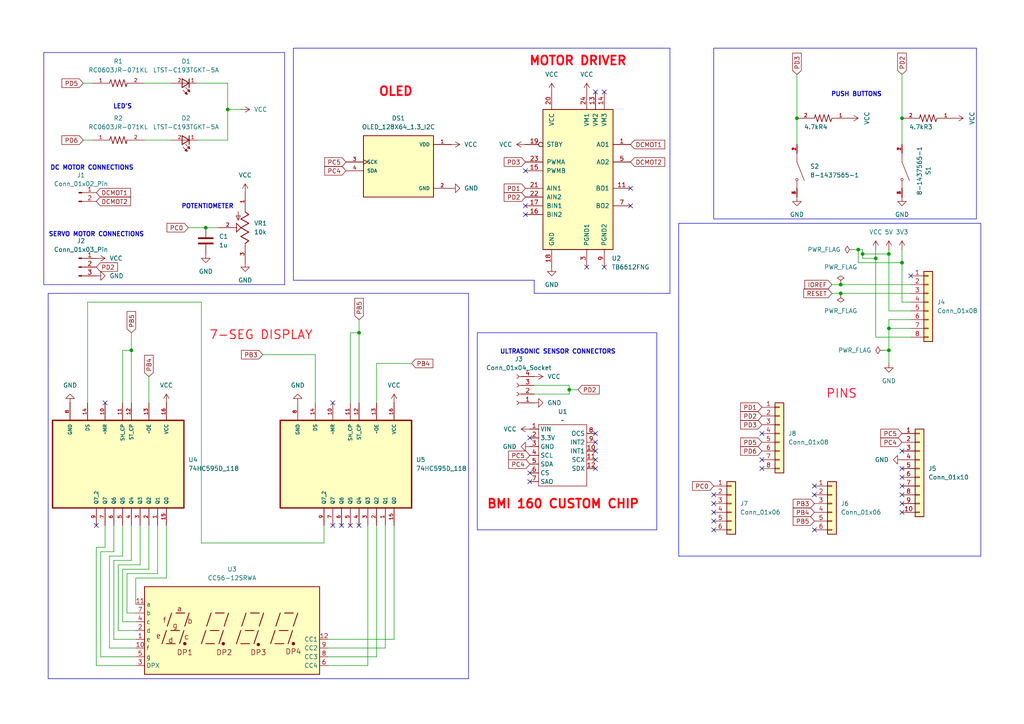
<source format=kicad_sch>
(kicad_sch (version 20250114) (generator "eeschema") (generator_version "9.0")
  (paper "A4")
  (lib_symbols
    (symbol "3362P-1-103LF:3362P-1-103LF" (pin_names (offset 1.016))
      (property "Reference" "VR" (at -10.1818 2.5465 0))
      (property "Value" "3362P-1-103LF" (at -10.1645 -7.6423 0))
      (symbol "3362P-1-103LF_0_0"
        (pin passive line (at -10.16 0 0) (length 5.08) (name "~") (number "1"))
        (pin passive line (at 0 -7.62 90) (length 5.08) (name "~") (number "2"))
        (pin passive line (at 10.16 0 180) (length 5.08) (name "~") (number "3"))
      )
    )
    (symbol "74HC595D_118:74HC595D_118" (pin_names (offset 1.016))
      (property "Reference" "U" (at -5.0872 17.9578 0))
      (property "Value" "74HC595D_118" (at -3.6383 -27.6558 0))
      (symbol "74HC595D_118_0_0"
        (pin power_in line (at -17.78 10.16 0) (length 5.08) (name "VCC") (number "16"))
        (pin input line (at -17.78 5.08 0) (length 5.08) (name "~OE") (number "13"))
        (pin input line (at -17.78 0 0) (length 5.08) (name "ST_CP") (number "12"))
        (pin input line (at -17.78 -2.54 0) (length 5.08) (name "SH_CP") (number "11"))
        (pin input line (at -17.78 -7.62 0) (length 5.08) (name "~MR") (number "10"))
        (pin input line (at -17.78 -12.7 0) (length 5.08) (name "DS") (number "14"))
        (pin passive line (at -17.78 -17.78 0) (length 5.08) (name "GND") (number "8"))
        (pin output line (at 17.78 10.16 180) (length 5.08) (name "Q0") (number "15"))
        (pin output line (at 17.78 7.62 180) (length 5.08) (name "Q1") (number "1"))
        (pin output line (at 17.78 5.08 180) (length 5.08) (name "Q2") (number "2"))
        (pin output line (at 17.78 2.54 180) (length 5.08) (name "Q3") (number "3"))
        (pin output line (at 17.78 0 180) (length 5.08) (name "Q4") (number "4"))
        (pin output line (at 17.78 -2.54 180) (length 5.08) (name "Q5") (number "5"))
        (pin output line (at 17.78 -5.08 180) (length 5.08) (name "Q6") (number "6"))
        (pin output line (at 17.78 -7.62 180) (length 5.08) (name "Q7") (number "7"))
        (pin output line (at 17.78 -10.16 180) (length 5.08) (name "Q7_2") (number "9"))
      )
    )
    (symbol "8-1437565-1:8-1437565-1" (pin_names (offset 1.016))
      (property "Reference" "S" (at -2.54 2.54 0))
      (property "Value" "8-1437565-1" (at -2.54 -2.54 0))
      (symbol "8-1437565-1_0_0"
        (pin passive line (at -7.62 0 0) (length 2.54) (name "~") (number "1"))
        (pin passive line (at -7.62 0 0) (length 2.54) (name "~") (number "2"))
        (pin passive line (at 7.62 0 180) (length 2.54) (name "~") (number "3"))
        (pin passive line (at 7.62 0 180) (length 2.54) (name "~") (number "4"))
      )
    )
    (symbol "Connector:Conn_01x02_Pin" (pin_names (offset 1.016) (hide yes))
      (property "Reference" "J" (at 0 2.54 0))
      (property "Value" "Conn_01x02_Pin" (at 0 -5.08 0))
      (symbol "Conn_01x02_Pin_1_1"
        (pin passive line (at 5.08 0 180) (length 3.81) (name "Pin_1") (number "1"))
        (pin passive line (at 5.08 -2.54 180) (length 3.81) (name "Pin_2") (number "2"))
      )
    )
    (symbol "Connector:Conn_01x03_Pin" (pin_names (offset 1.016) (hide yes))
      (property "Reference" "J" (at 0 5.08 0))
      (property "Value" "Conn_01x03_Pin" (at 0 -5.08 0))
      (symbol "Conn_01x03_Pin_1_1"
        (pin passive line (at 5.08 2.54 180) (length 3.81) (name "Pin_1") (number "1"))
        (pin passive line (at 5.08 0 180) (length 3.81) (name "Pin_2") (number "2"))
        (pin passive line (at 5.08 -2.54 180) (length 3.81) (name "Pin_3") (number "3"))
      )
    )
    (symbol "Connector:Conn_01x04_Socket" (pin_names (offset 1.016) (hide yes))
      (property "Reference" "J" (at 0 5.08 0))
      (property "Value" "Conn_01x04_Socket" (at 0 -7.62 0))
      (symbol "Conn_01x04_Socket_1_1"
        (pin passive line (at -5.08 2.54 0) (length 3.81) (name "Pin_1") (number "1"))
        (pin passive line (at -5.08 0 0) (length 3.81) (name "Pin_2") (number "2"))
        (pin passive line (at -5.08 -2.54 0) (length 3.81) (name "Pin_3") (number "3"))
        (pin passive line (at -5.08 -5.08 0) (length 3.81) (name "Pin_4") (number "4"))
      )
    )
    (symbol "Connector_Generic:Conn_01x06" (pin_names (offset 1.016) (hide yes))
      (property "Reference" "J" (at 0 7.62 0))
      (property "Value" "Conn_01x06" (at 0 -10.16 0))
      (symbol "Conn_01x06_1_1"
        (pin passive line (at -5.08 5.08 0) (length 3.81) (name "Pin_1") (number "1"))
        (pin passive line (at -5.08 2.54 0) (length 3.81) (name "Pin_2") (number "2"))
        (pin passive line (at -5.08 0 0) (length 3.81) (name "Pin_3") (number "3"))
        (pin passive line (at -5.08 -2.54 0) (length 3.81) (name "Pin_4") (number "4"))
        (pin passive line (at -5.08 -5.08 0) (length 3.81) (name "Pin_5") (number "5"))
        (pin passive line (at -5.08 -7.62 0) (length 3.81) (name "Pin_6") (number "6"))
      )
    )
    (symbol "Connector_Generic:Conn_01x08" (pin_names (offset 1.016) (hide yes))
      (property "Reference" "J" (at 0 10.16 0))
      (property "Value" "Conn_01x08" (at 0 -12.7 0))
      (symbol "Conn_01x08_1_1"
        (pin passive line (at -5.08 7.62 0) (length 3.81) (name "Pin_1") (number "1"))
        (pin passive line (at -5.08 5.08 0) (length 3.81) (name "Pin_2") (number "2"))
        (pin passive line (at -5.08 2.54 0) (length 3.81) (name "Pin_3") (number "3"))
        (pin passive line (at -5.08 0 0) (length 3.81) (name "Pin_4") (number "4"))
        (pin passive line (at -5.08 -2.54 0) (length 3.81) (name "Pin_5") (number "5"))
        (pin passive line (at -5.08 -5.08 0) (length 3.81) (name "Pin_6") (number "6"))
        (pin passive line (at -5.08 -7.62 0) (length 3.81) (name "Pin_7") (number "7"))
        (pin passive line (at -5.08 -10.16 0) (length 3.81) (name "Pin_8") (number "8"))
      )
    )
    (symbol "Connector_Generic:Conn_01x10" (pin_names (offset 1.016) (hide yes))
      (property "Reference" "J" (at 0 12.7 0))
      (property "Value" "Conn_01x10" (at 0 -15.24 0))
      (symbol "Conn_01x10_1_1"
        (pin passive line (at -5.08 10.16 0) (length 3.81) (name "Pin_1") (number "1"))
        (pin passive line (at -5.08 7.62 0) (length 3.81) (name "Pin_2") (number "2"))
        (pin passive line (at -5.08 5.08 0) (length 3.81) (name "Pin_3") (number "3"))
        (pin passive line (at -5.08 2.54 0) (length 3.81) (name "Pin_4") (number "4"))
        (pin passive line (at -5.08 0 0) (length 3.81) (name "Pin_5") (number "5"))
        (pin passive line (at -5.08 -2.54 0) (length 3.81) (name "Pin_6") (number "6"))
        (pin passive line (at -5.08 -5.08 0) (length 3.81) (name "Pin_7") (number "7"))
        (pin passive line (at -5.08 -7.62 0) (length 3.81) (name "Pin_8") (number "8"))
        (pin passive line (at -5.08 -10.16 0) (length 3.81) (name "Pin_9") (number "9"))
        (pin passive line (at -5.08 -12.7 0) (length 3.81) (name "Pin_10") (number "10"))
      )
    )
    (symbol "Device:C" (pin_numbers (hide yes)) (pin_names (offset 0.254))
      (property "Reference" "C" (at 0.635 2.54 0))
      (property "Value" "C" (at 0.635 -2.54 0))
      (symbol "C_1_1"
        (pin passive line (at 0 3.81 270) (length 2.794) (name "~") (number "1"))
        (pin passive line (at 0 -3.81 90) (length 2.794) (name "~") (number "2"))
      )
    )
    (symbol "Display_Character:CC56-12SRWA"
      (property "Reference" "U" (at -24.13 13.97 0))
      (property "Value" "CC56-12SRWA" (at 17.78 13.97 0))
      (symbol "CC56-12SRWA_0_0"
        (text "e" (at -21.336 -1.524 0) (effects (font (size 1.524 1.524))))
        (text "f" (at -19.558 3.048 0) (effects (font (size 1.524 1.524))))
        (text "d" (at -17.78 -2.794 0) (effects (font (size 1.524 1.524))))
        (text "g" (at -16.51 1.524 0) (effects (font (size 1.524 1.524))))
        (text "a" (at -15.24 6.35 0) (effects (font (size 1.524 1.524))))
        (text "DP1" (at -13.716 -6.35 0) (effects (font (size 1.524 1.524))))
        (text "c" (at -13.208 -1.778 0) (effects (font (size 1.524 1.524))))
        (text "b" (at -12.192 2.794 0) (effects (font (size 1.524 1.524))))
        (text "DP2" (at -2.286 -6.35 0) (effects (font (size 1.524 1.524))))
        (text "DP3" (at 7.62 -6.35 0) (effects (font (size 1.524 1.524))))
        (text "DP4" (at 17.78 -6.096 0) (effects (font (size 1.524 1.524))))
      )
      (symbol "CC56-12SRWA_1_1"
        (pin input line (at -27.94 7.62 0) (length 2.54) (name "a") (number "11"))
        (pin input line (at -27.94 5.08 0) (length 2.54) (name "b") (number "7"))
        (pin input line (at -27.94 2.54 0) (length 2.54) (name "c") (number "4"))
        (pin input line (at -27.94 0 0) (length 2.54) (name "d") (number "2"))
        (pin input line (at -27.94 -2.54 0) (length 2.54) (name "e") (number "1"))
        (pin input line (at -27.94 -5.08 0) (length 2.54) (name "f") (number "10"))
        (pin input line (at -27.94 -7.62 0) (length 2.54) (name "g") (number "5"))
        (pin input line (at -27.94 -10.16 0) (length 2.54) (name "DPX") (number "3"))
        (pin input line (at 27.94 -2.54 180) (length 2.54) (name "CC1") (number "12"))
        (pin input line (at 27.94 -5.08 180) (length 2.54) (name "CC2") (number "9"))
        (pin input line (at 27.94 -7.62 180) (length 2.54) (name "CC3") (number "8"))
        (pin input line (at 27.94 -10.16 180) (length 2.54) (name "CC4") (number "6"))
      )
    )
    (symbol "Driver_Motor:TB6612FNG" (pin_names (offset 1.016))
      (property "Reference" "U" (at 11.43 17.78 0))
      (property "Value" "TB6612FNG" (at 11.43 15.24 0))
      (symbol "TB6612FNG_1_1"
        (pin input inverted (at -15.24 10.16 0) (length 5.08) (name "STBY") (number "19"))
        (pin input line (at -15.24 5.08 0) (length 5.08) (name "PWMA") (number "23"))
        (pin input line (at -15.24 2.54 0) (length 5.08) (name "PWMB") (number "15"))
        (pin input line (at -15.24 -2.54 0) (length 5.08) (name "AIN1") (number "21"))
        (pin input line (at -15.24 -5.08 0) (length 5.08) (name "AIN2") (number "22"))
        (pin input line (at -15.24 -7.62 0) (length 5.08) (name "BIN1") (number "17"))
        (pin input line (at -15.24 -10.16 0) (length 5.08) (name "BIN2") (number "16"))
        (pin power_in line (at -7.62 25.4 270) (length 5.08) (name "VCC") (number "20"))
        (pin power_in line (at -7.62 -25.4 90) (length 5.08) (name "GND") (number "18"))
        (pin power_in line (at 2.54 25.4 270) (length 5.08) (name "VM1") (number "24"))
        (pin power_in line (at 2.54 -25.4 90) (length 5.08) (name "PGND1") (number "3"))
        (pin passive line (at 2.54 -25.4 90) (length 5.08) (hide yes) (name "PGND1") (number "4"))
        (pin power_in line (at 5.08 25.4 270) (length 5.08) (name "VM2") (number "13"))
        (pin power_in line (at 7.62 25.4 270) (length 5.08) (name "VM3") (number "14"))
        (pin passive line (at 7.62 -25.4 90) (length 5.08) (hide yes) (name "PGND2") (number "10"))
        (pin power_in line (at 7.62 -25.4 90) (length 5.08) (name "PGND2") (number "9"))
        (pin output line (at 15.24 10.16 180) (length 5.08) (name "AO1") (number "1"))
        (pin passive line (at 15.24 10.16 180) (length 5.08) (hide yes) (name "AO1") (number "2"))
        (pin output line (at 15.24 5.08 180) (length 5.08) (name "AO2") (number "5"))
        (pin passive line (at 15.24 5.08 180) (length 5.08) (hide yes) (name "AO2") (number "6"))
        (pin output line (at 15.24 -2.54 180) (length 5.08) (name "BO1") (number "11"))
        (pin passive line (at 15.24 -2.54 180) (length 5.08) (hide yes) (name "BO1") (number "12"))
        (pin output line (at 15.24 -7.62 180) (length 5.08) (name "BO2") (number "7"))
        (pin passive line (at 15.24 -7.62 180) (length 5.08) (hide yes) (name "BO2") (number "8"))
      )
    )
    (symbol "LTST-C193TGKT-5A:LTST-C193TGKT-5A" (pin_names (offset 1.016))
      (property "Reference" "D" (at 2.5462 2.5462 0))
      (property "Value" "LTST-C193TGKT-5A" (at 2.5467 0 0))
      (symbol "LTST-C193TGKT-5A_0_0"
        (pin passive line (at 0 5.08 270) (length 5.08) (name "~") (number "2"))
        (pin passive line (at 0 -2.54 90) (length 2.54) (name "~") (number "1"))
      )
    )
    (symbol "MODBMI160:MODBMI160"
      (property "Reference" "U" (at 0 0 0))
      (symbol "MODBMI160_1_1"
        (pin power_in line (at -2.54 -2.54 0) (length 2.54) (name "VIN") (number "1"))
        (pin power_in line (at -2.54 -5.08 0) (length 2.54) (name "3.3V") (number "2"))
        (pin power_in line (at -2.54 -7.62 0) (length 2.54) (name "GND") (number "3"))
        (pin input line (at -2.54 -10.16 0) (length 2.54) (name "SCL") (number "4"))
        (pin bidirectional line (at -2.54 -12.7 0) (length 2.54) (name "SDA") (number "5"))
        (pin input line (at -2.54 -15.24 0) (length 2.54) (name "CS") (number "6"))
        (pin bidirectional line (at -2.54 -17.78 0) (length 2.54) (name "SAO") (number "7"))
        (pin bidirectional line (at 16.51 -3.81 180) (length 2.54) (name "OCS") (number "8"))
        (pin output line (at 16.51 -6.35 180) (length 2.54) (name "INT2") (number "9"))
        (pin output line (at 16.51 -8.89 180) (length 2.54) (name "INT1") (number "10"))
        (pin input line (at 16.51 -11.43 180) (length 2.54) (name "SCX") (number "11"))
        (pin bidirectional line (at 16.51 -13.97 180) (length 2.54) (name "SDX") (number "12"))
      )
    )
    (symbol "OLED_128X64_1.3_I2C:OLED_128X64_1.3_I2C" (pin_names (offset 1.016))
      (property "Reference" "DS" (at -10.16 10.922 0))
      (property "Value" "OLED_128X64_1.3_I2C" (at -10.16 -10.16 0))
      (symbol "OLED_128X64_1.3_I2C_0_0"
        (pin input clock (at -15.24 2.54 0) (length 5.08) (name "SCK") (number "3"))
        (pin bidirectional line (at -15.24 0 0) (length 5.08) (name "SDA") (number "4"))
        (pin power_in line (at 15.24 7.62 180) (length 5.08) (name "VDD") (number "1"))
        (pin power_in line (at 15.24 -5.08 180) (length 5.08) (name "GND") (number "2"))
      )
    )
    (symbol "RC0603JR-071KL:RC0603JR-071KL" (pin_names (offset 1.016))
      (property "Reference" "R" (at -3.81 1.4986 0))
      (property "Value" "RC0603JR-071KL" (at -3.81 -3.302 0))
      (symbol "RC0603JR-071KL_0_0"
        (pin passive line (at -7.62 0 0) (length 5.08) (name "~") (number "1"))
        (pin passive line (at 7.62 0 180) (length 5.08) (name "~") (number "2"))
      )
    )
    (symbol "power:GND" (power) (pin_numbers (hide yes)) (pin_names (offset 0) (hide yes))
      (property "Value" "GND" (at 0 -3.81 0))
      (symbol "GND_1_1"
        (pin power_in line (at 0 0 270) (length 0) (name "~") (number "1"))
      )
    )
    (symbol "power:PWR_FLAG" (power) (pin_numbers (hide yes)) (pin_names (offset 0) (hide yes))
      (property "Value" "PWR_FLAG" (at 0 3.81 0))
      (symbol "PWR_FLAG_0_0"
        (pin power_out line (at 0 0 90) (length 0) (name "~") (number "1"))
      )
    )
    (symbol "power:VCC" (power) (pin_numbers (hide yes)) (pin_names (offset 0) (hide yes))
      (property "Value" "VCC" (at 0 3.556 0))
      (symbol "VCC_1_1"
        (pin power_in line (at 0 0 90) (length 0) (name "~") (number "1"))
      )
    )
  )
  (text "PUSH BUTTONS\n" (at 248.412 27.432 0) (effects (font (size 1.27 1.27) (thickness 0.254) (bold yes))))
  (text "DC MOTOR CONNECTIONS" (at 26.67 48.768 0) (effects (font (size 1.27 1.27) (thickness 0.254) (bold yes))))
  (text "7-SEG DISPLAY" (at 75.692 97.282 0) (effects (font (size 2.54 2.54) (thickness 0.254) (bold yes))))
  (text "BMI 160 CUSTOM CHIP\n" (at 163.322 146.304 0) (effects (font (size 2.54 2.54) (thickness 0.508) (bold yes))))
  (text "SERVO MOTOR CONNECTIONS\n" (at 27.94 68.072 0) (effects (font (size 1.27 1.27) (thickness 0.254) (bold yes))))
  (text "PINS" (at 244.094 114.3 0) (effects (font (size 2.54 2.54) (thickness 0.254) (bold yes))))
  (text "LED'S" (at 35.56 30.988 0) (effects (font (size 1.27 1.27) (thickness 0.254) (bold yes))))
  (text "MOTOR DRIVER" (at 167.64 17.78 0) (effects (font (size 2.54 2.54) (thickness 0.508) (bold yes))))
  (text "POTENTIOMETER" (at 60.198 59.944 0) (effects (font (size 1.27 1.27) (thickness 0.254) (bold yes))))
  (text "ULTRASONIC SENSOR CONNECTORS" (at 161.798 102.108 0) (effects (font (size 1.27 1.27) (thickness 0.254) (bold yes))))
  (text "OLED" (at 114.808 26.67 0) (effects (font (size 2.54 2.54) (thickness 0.508) (bold yes))))
  (junction (at 257.81 95.25))
  (junction (at 254 74.93))
  (junction (at 250.19 73.66))
  (junction (at 257.81 73.66))
  (junction (at 59.69 66.04))
  (junction (at 257.81 101.6))
  (junction (at 38.1 101.6))
  (junction (at 243.84 82.55))
  (junction (at 165.1 113.03))
  (junction (at 248.92 72.39))
  (junction (at 243.84 85.09))
  (junction (at 66.04 31.75))
  (junction (at 231.14 34.29))
  (junction (at 104.14 96.52))
  (junction (at 261.62 76.2))
  (junction (at 261.62 34.29))
  (no_connect (at 175.26 26.67))
  (no_connect (at 172.72 130.81))
  (no_connect (at 207.01 146.05))
  (no_connect (at 261.62 135.89))
  (no_connect (at 220.98 125.73))
  (no_connect (at 207.01 153.67))
  (no_connect (at 153.67 127))
  (no_connect (at 264.16 80.01))
  (no_connect (at 207.01 143.51))
  (no_connect (at 30.48 116.84))
  (no_connect (at 182.88 59.69))
  (no_connect (at 207.01 151.13))
  (no_connect (at 96.52 116.84))
  (no_connect (at 101.6 152.4))
  (no_connect (at 152.4 49.53))
  (no_connect (at 261.62 148.59))
  (no_connect (at 170.18 77.47))
  (no_connect (at 261.62 146.05))
  (no_connect (at 261.62 140.97))
  (no_connect (at 220.98 135.89))
  (no_connect (at 172.72 26.67))
  (no_connect (at 220.98 133.35))
  (no_connect (at 261.62 130.81))
  (no_connect (at 152.4 62.23))
  (no_connect (at 104.14 152.4))
  (no_connect (at 99.06 152.4))
  (no_connect (at 172.72 135.89))
  (no_connect (at 182.88 54.61))
  (no_connect (at 172.72 125.73))
  (no_connect (at 236.22 140.97))
  (no_connect (at 172.72 128.27))
  (no_connect (at 152.4 59.69))
  (no_connect (at 175.26 77.47))
  (no_connect (at 27.94 152.4))
  (no_connect (at 236.22 153.67))
  (no_connect (at 153.67 139.7))
  (no_connect (at 236.22 143.51))
  (no_connect (at 172.72 133.35))
  (no_connect (at 96.52 152.4))
  (no_connect (at 153.67 137.16))
  (no_connect (at 261.62 143.51))
  (no_connect (at 261.62 138.43))
  (no_connect (at 207.01 148.59))
  (wire (pts (xy 27.94 193.04) (xy 39.37 193.04)))
  (wire (pts (xy 261.62 72.39) (xy 261.62 76.2)))
  (wire (pts (xy 38.1 162.56) (xy 33.02 162.56)))
  (wire (pts (xy 31.75 187.96) (xy 39.37 187.96)))
  (wire (pts (xy 57.15 40.64) (xy 66.04 40.64)))
  (polyline (pts (xy 85.09 13.97) (xy 85.09 81.28)))
  (wire (pts (xy 66.04 31.75) (xy 69.85 31.75)))
  (wire (pts (xy 39.37 167.64) (xy 48.26 167.64)))
  (wire (pts (xy 109.22 116.84) (xy 109.22 105.41)))
  (wire (pts (xy 35.56 161.29) (xy 31.75 161.29)))
  (wire (pts (xy 59.69 66.04) (xy 63.5 66.04)))
  (wire (pts (xy 165.1 111.76) (xy 165.1 113.03)))
  (wire (pts (xy 256.54 101.6) (xy 257.81 101.6)))
  (wire (pts (xy 95.25 185.42) (xy 114.3 185.42)))
  (polyline (pts (xy 284.48 161.29) (xy 284.48 64.77)))
  (wire (pts (xy 254 74.93) (xy 254 97.79)))
  (wire (pts (xy 33.02 162.56) (xy 33.02 185.42)))
  (polyline (pts (xy 196.85 161.29) (xy 196.85 64.77)))
  (polyline (pts (xy 82.55 15.24) (xy 12.7 15.24)))
  (wire (pts (xy 231.14 34.29) (xy 231.14 41.91)))
  (polyline (pts (xy 194.31 85.09) (xy 194.31 13.97)))
  (wire (pts (xy 247.65 72.39) (xy 248.92 72.39)))
  (wire (pts (xy 106.68 193.04) (xy 95.25 193.04)))
  (wire (pts (xy 29.21 190.5) (xy 39.37 190.5)))
  (wire (pts (xy 33.02 160.02) (xy 29.21 160.02)))
  (wire (pts (xy 257.81 72.39) (xy 257.81 73.66)))
  (wire (pts (xy 264.16 87.63) (xy 261.62 87.63)))
  (wire (pts (xy 243.84 85.09) (xy 264.16 85.09)))
  (wire (pts (xy 101.6 116.84) (xy 101.6 96.52)))
  (polyline (pts (xy 283.21 63.5) (xy 207.01 63.5)))
  (wire (pts (xy 41.91 24.13) (xy 49.53 24.13)))
  (polyline (pts (xy 154.94 85.09) (xy 194.31 85.09)))
  (wire (pts (xy 254 72.39) (xy 254 74.93)))
  (wire (pts (xy 106.68 152.4) (xy 106.68 193.04)))
  (wire (pts (xy 34.29 163.83) (xy 34.29 182.88)))
  (wire (pts (xy 257.81 95.25) (xy 257.81 101.6)))
  (wire (pts (xy 248.92 72.39) (xy 250.19 72.39)))
  (wire (pts (xy 241.3 82.55) (xy 243.84 82.55)))
  (wire (pts (xy 27.94 158.75) (xy 27.94 193.04)))
  (polyline (pts (xy 12.7 82.55) (xy 15.24 82.55)))
  (wire (pts (xy 48.26 167.64) (xy 48.26 152.4)))
  (wire (pts (xy 154.94 111.76) (xy 165.1 111.76)))
  (polyline (pts (xy 15.24 82.55) (xy 82.55 82.55)))
  (wire (pts (xy 114.3 152.4) (xy 114.3 185.42)))
  (polyline (pts (xy 283.21 13.97) (xy 283.21 63.5)))
  (wire (pts (xy 43.18 109.22) (xy 43.18 116.84)))
  (wire (pts (xy 248.92 76.2) (xy 261.62 76.2)))
  (wire (pts (xy 40.64 163.83) (xy 34.29 163.83)))
  (wire (pts (xy 25.4 87.63) (xy 25.4 116.84)))
  (polyline (pts (xy 154.94 81.28) (xy 154.94 85.09)))
  (wire (pts (xy 58.42 157.48) (xy 58.42 87.63)))
  (wire (pts (xy 165.1 113.03) (xy 165.1 114.3)))
  (wire (pts (xy 167.64 113.03) (xy 165.1 113.03)))
  (wire (pts (xy 250.19 73.66) (xy 257.81 73.66)))
  (polyline (pts (xy 13.97 85.09) (xy 13.97 86.36)))
  (polyline (pts (xy 82.55 82.55) (xy 82.55 15.24)))
  (wire (pts (xy 33.02 152.4) (xy 33.02 160.02)))
  (wire (pts (xy 111.76 187.96) (xy 111.76 152.4)))
  (wire (pts (xy 35.56 165.1) (xy 35.56 180.34)))
  (wire (pts (xy 93.98 157.48) (xy 93.98 152.4)))
  (polyline (pts (xy 207.01 63.5) (xy 207.01 13.97)))
  (wire (pts (xy 91.44 116.84) (xy 91.44 102.87)))
  (polyline (pts (xy 13.97 86.36) (xy 13.97 196.85)))
  (wire (pts (xy 35.56 101.6) (xy 38.1 101.6)))
  (wire (pts (xy 264.16 92.71) (xy 257.81 92.71)))
  (wire (pts (xy 231.14 21.59) (xy 231.14 34.29)))
  (wire (pts (xy 41.91 40.64) (xy 49.53 40.64)))
  (polyline (pts (xy 284.48 161.29) (xy 196.85 161.29)))
  (wire (pts (xy 243.84 82.55) (xy 264.16 82.55)))
  (polyline (pts (xy 85.09 81.28) (xy 154.94 81.28)))
  (wire (pts (xy 104.14 116.84) (xy 104.14 96.52)))
  (wire (pts (xy 43.18 152.4) (xy 43.18 165.1)))
  (polyline (pts (xy 138.43 96.52) (xy 138.43 153.67)))
  (wire (pts (xy 261.62 76.2) (xy 261.62 87.63)))
  (wire (pts (xy 43.18 165.1) (xy 35.56 165.1)))
  (wire (pts (xy 38.1 96.52) (xy 38.1 101.6)))
  (wire (pts (xy 109.22 105.41) (xy 119.38 105.41)))
  (wire (pts (xy 45.72 152.4) (xy 45.72 166.37)))
  (wire (pts (xy 257.81 95.25) (xy 264.16 95.25)))
  (wire (pts (xy 35.56 152.4) (xy 35.56 161.29)))
  (wire (pts (xy 261.62 34.29) (xy 261.62 41.91)))
  (wire (pts (xy 66.04 31.75) (xy 66.04 24.13)))
  (wire (pts (xy 38.1 152.4) (xy 38.1 162.56)))
  (wire (pts (xy 241.3 85.09) (xy 243.84 85.09)))
  (wire (pts (xy 264.16 97.79) (xy 254 97.79)))
  (wire (pts (xy 109.22 190.5) (xy 95.25 190.5)))
  (wire (pts (xy 36.83 166.37) (xy 36.83 177.8)))
  (wire (pts (xy 261.62 21.59) (xy 261.62 34.29)))
  (polyline (pts (xy 12.7 15.24) (xy 12.7 82.55)))
  (wire (pts (xy 250.19 73.66) (xy 250.19 74.93)))
  (wire (pts (xy 95.25 187.96) (xy 111.76 187.96)))
  (wire (pts (xy 93.98 157.48) (xy 58.42 157.48)))
  (wire (pts (xy 45.72 166.37) (xy 36.83 166.37)))
  (wire (pts (xy 250.19 74.93) (xy 254 74.93)))
  (wire (pts (xy 248.92 72.39) (xy 248.92 76.2)))
  (polyline (pts (xy 138.43 153.67) (xy 190.5 153.67)))
  (wire (pts (xy 54.61 66.04) (xy 59.69 66.04)))
  (wire (pts (xy 30.48 152.4) (xy 30.48 158.75)))
  (wire (pts (xy 66.04 40.64) (xy 66.04 31.75)))
  (wire (pts (xy 101.6 96.52) (xy 104.14 96.52)))
  (wire (pts (xy 38.1 101.6) (xy 38.1 116.84)))
  (wire (pts (xy 36.83 177.8) (xy 39.37 177.8)))
  (polyline (pts (xy 207.01 13.97) (xy 283.21 13.97)))
  (wire (pts (xy 154.94 114.3) (xy 165.1 114.3)))
  (wire (pts (xy 257.81 101.6) (xy 257.81 105.41)))
  (wire (pts (xy 35.56 180.34) (xy 39.37 180.34)))
  (polyline (pts (xy 194.31 13.97) (xy 85.09 13.97)))
  (polyline (pts (xy 13.97 196.85) (xy 135.89 196.85)))
  (wire (pts (xy 58.42 87.63) (xy 25.4 87.63)))
  (polyline (pts (xy 196.85 64.77) (xy 284.48 64.77)))
  (wire (pts (xy 26.67 40.64) (xy 24.13 40.64)))
  (polyline (pts (xy 135.89 85.09) (xy 13.97 85.09)))
  (wire (pts (xy 34.29 182.88) (xy 39.37 182.88)))
  (wire (pts (xy 31.75 161.29) (xy 31.75 187.96)))
  (wire (pts (xy 109.22 152.4) (xy 109.22 190.5)))
  (wire (pts (xy 264.16 90.17) (xy 257.81 90.17)))
  (wire (pts (xy 40.64 152.4) (xy 40.64 163.83)))
  (wire (pts (xy 30.48 158.75) (xy 27.94 158.75)))
  (polyline (pts (xy 135.89 196.85) (xy 135.89 85.09)))
  (polyline (pts (xy 190.5 153.67) (xy 190.5 96.52)))
  (wire (pts (xy 257.81 92.71) (xy 257.81 95.25)))
  (wire (pts (xy 29.21 160.02) (xy 29.21 190.5)))
  (wire (pts (xy 104.14 96.52) (xy 104.14 92.71)))
  (wire (pts (xy 33.02 185.42) (xy 39.37 185.42)))
  (wire (pts (xy 66.04 24.13) (xy 57.15 24.13)))
  (wire (pts (xy 24.13 24.13) (xy 26.67 24.13)))
  (wire (pts (xy 257.81 73.66) (xy 257.81 90.17)))
  (wire (pts (xy 250.19 72.39) (xy 250.19 73.66)))
  (wire (pts (xy 39.37 175.26) (xy 39.37 167.64)))
  (wire (pts (xy 76.2 102.87) (xy 91.44 102.87)))
  (wire (pts (xy 35.56 116.84) (xy 35.56 101.6)))
  (polyline (pts (xy 138.43 96.52) (xy 190.5 96.52)))
  (global_label "PD1" (shape input) (at 152.4 54.61 180) (property "Intersheetrefs" "${INTERSHEET_REFS}" (effects (hide yes))))
  (global_label "PC4" (shape input) (at 153.67 134.62 180) (property "Intersheetrefs" "${INTERSHEET_REFS}" (effects (hide yes))))
  (global_label "PC5" (shape input) (at 261.62 125.73 180) (property "Intersheetrefs" "${INTERSHEET_REFS}" (effects (hide yes))))
  (global_label "RESET" (shape input) (at 241.3 85.09 180) (property "Intersheetrefs" "${INTERSHEET_REFS}" (effects (hide yes))))
  (global_label "PB5" (shape input) (at 38.1 96.52 90) (property "Intersheetrefs" "${INTERSHEET_REFS}" (effects (hide yes))))
  (global_label "PB4" (shape input) (at 236.22 148.59 180) (property "Intersheetrefs" "${INTERSHEET_REFS}" (effects (hide yes))))
  (global_label "PB4" (shape input) (at 119.38 105.41 0) (property "Intersheetrefs" "${INTERSHEET_REFS}" (effects (hide yes))))
  (global_label "PD3" (shape input) (at 220.98 123.19 180) (property "Intersheetrefs" "${INTERSHEET_REFS}" (effects (hide yes))))
  (global_label "PD2" (shape input) (at 167.64 113.03 0) (property "Intersheetrefs" "${INTERSHEET_REFS}" (effects (hide yes))))
  (global_label "PD1" (shape input) (at 220.98 118.11 180) (property "Intersheetrefs" "${INTERSHEET_REFS}" (effects (hide yes))))
  (global_label "PD5" (shape input) (at 220.98 128.27 180) (property "Intersheetrefs" "${INTERSHEET_REFS}" (effects (hide yes))))
  (global_label "IOREF" (shape input) (at 241.3 82.55 180) (property "Intersheetrefs" "${INTERSHEET_REFS}" (effects (hide yes))))
  (global_label "PB5" (shape input) (at 104.14 92.71 90) (property "Intersheetrefs" "${INTERSHEET_REFS}" (effects (hide yes))))
  (global_label "PC4" (shape input) (at 261.62 128.27 180) (property "Intersheetrefs" "${INTERSHEET_REFS}" (effects (hide yes))))
  (global_label "PC0" (shape input) (at 54.61 66.04 180) (property "Intersheetrefs" "${INTERSHEET_REFS}" (effects (hide yes))))
  (global_label "PB5" (shape input) (at 236.22 151.13 180) (property "Intersheetrefs" "${INTERSHEET_REFS}" (effects (hide yes))))
  (global_label "PB3" (shape input) (at 236.22 146.05 180) (property "Intersheetrefs" "${INTERSHEET_REFS}" (effects (hide yes))))
  (global_label "DCMOT1" (shape input) (at 27.94 55.88 0) (property "Intersheetrefs" "${INTERSHEET_REFS}" (effects (hide yes))))
  (global_label "PC5" (shape input) (at 153.67 132.08 180) (property "Intersheetrefs" "${INTERSHEET_REFS}" (effects (hide yes))))
  (global_label "PD6" (shape input) (at 24.13 40.64 180) (property "Intersheetrefs" "${INTERSHEET_REFS}" (effects (hide yes))))
  (global_label "DCMOT1" (shape input) (at 182.88 41.91 0) (property "Intersheetrefs" "${INTERSHEET_REFS}" (effects (hide yes))))
  (global_label "PD5" (shape input) (at 24.13 24.13 180) (property "Intersheetrefs" "${INTERSHEET_REFS}" (effects (hide yes))))
  (global_label "PD3" (shape input) (at 231.14 21.59 90) (property "Intersheetrefs" "${INTERSHEET_REFS}" (effects (hide yes))))
  (global_label "DCMOT2" (shape input) (at 182.88 46.99 0) (property "Intersheetrefs" "${INTERSHEET_REFS}" (effects (hide yes))))
  (global_label "PC0" (shape input) (at 207.01 140.97 180) (property "Intersheetrefs" "${INTERSHEET_REFS}" (effects (hide yes))))
  (global_label "PC5" (shape input) (at 100.33 46.99 180) (property "Intersheetrefs" "${INTERSHEET_REFS}" (effects (hide yes))))
  (global_label "PD2" (shape input) (at 27.94 77.47 0) (property "Intersheetrefs" "${INTERSHEET_REFS}" (effects (hide yes))))
  (global_label "PD2" (shape input) (at 220.98 120.65 180) (property "Intersheetrefs" "${INTERSHEET_REFS}" (effects (hide yes))))
  (global_label "PD6" (shape input) (at 220.98 130.81 180) (property "Intersheetrefs" "${INTERSHEET_REFS}" (effects (hide yes))))
  (global_label "PD2" (shape input) (at 152.4 57.15 180) (property "Intersheetrefs" "${INTERSHEET_REFS}" (effects (hide yes))))
  (global_label "PB4" (shape input) (at 43.18 109.22 90) (property "Intersheetrefs" "${INTERSHEET_REFS}" (effects (hide yes))))
  (global_label "PD3" (shape input) (at 152.4 46.99 180) (property "Intersheetrefs" "${INTERSHEET_REFS}" (effects (hide yes))))
  (global_label "PD2" (shape input) (at 261.62 21.59 90) (property "Intersheetrefs" "${INTERSHEET_REFS}" (effects (hide yes))))
  (global_label "DCMOT2" (shape input) (at 27.94 58.42 0) (property "Intersheetrefs" "${INTERSHEET_REFS}" (effects (hide yes))))
  (global_label "PB3" (shape input) (at 76.2 102.87 180) (property "Intersheetrefs" "${INTERSHEET_REFS}" (effects (hide yes))))
  (global_label "PC4" (shape input) (at 100.33 49.53 180) (property "Intersheetrefs" "${INTERSHEET_REFS}" (effects (hide yes))))
  (symbol (lib_id "RC0603JR-071KL:RC0603JR-071KL") (at 34.29 24.13 0) (unit 1)
    (property "Reference" "R1" (at 34.29 17.78 0))
    (property "Value" "RC0603JR-071KL" (at 34.29 20.32 0))
    (property "Footprint" "RC0603JR-071KL:RESC1607X60N" (effects (hide yes)))
    (property "MF" "Yageo" (effects (hide yes)))
    (property "Description_1" "1 kOhms ±5% 0.1W, 1/10W Chip Resistor 0603 (1608 Metric) Moisture Resistant Thick Film" (effects (hide yes)))
    (property "Package" "0603 Yageo" (effects (hide yes)))
    (property "Price" "None" (effects (hide yes)))
    (property "SnapEDA_Link" "https://www.snapeda.com/parts/RC0603JR-071KL/Yageo/view-part/?ref=snap" (effects (hide yes)))
    (property "MP" "RC0603JR-071KL" (effects (hide yes)))
    (property "Availability" "In Stock" (effects (hide yes)))
    (property "Check_prices" "https://www.snapeda.com/parts/RC0603JR-071KL/Yageo/view-part/?ref=eda" (effects (hide yes)))
  )
  (symbol (lib_id "power:GND") (at 257.81 105.41 0) (unit 1)
    (property "Reference" "#PWR024" (effects (hide yes)))
    (property "Value" "GND" (at 257.81 110.49 0))
    (property "Description" "Power symbol creates a global label with name \"GND\" , ground" (effects (hide yes)))
  )
  (symbol (lib_id "Connector:Conn_01x02_Pin") (at 22.86 55.88 0) (unit 1)
    (property "Reference" "J1" (at 23.495 50.8 0))
    (property "Value" "Conn_01x02_Pin" (at 23.495 53.34 0))
    (property "Footprint" "Connector_PinHeader_2.54mm:PinHeader_1x02_P2.54mm_Vertical" (effects (hide yes)))
    (property "Description" "Generic connector, single row, 01x02, script generated" (effects (hide yes)))
  )
  (symbol (lib_id "power:VCC") (at 152.4 41.91 90) (unit 1)
    (property "Reference" "#PWR028" (effects (hide yes)))
    (property "Value" "VCC" (at 148.59 41.9099 90) (effects (justify left)))
    (property "Description" "Power symbol creates a global label with name \"VCC\"" (effects (hide yes)))
  )
  (symbol (lib_id "power:VCC") (at 160.02 26.67 0) (unit 1)
    (property "Reference" "#PWR026" (effects (hide yes)))
    (property "Value" "VCC" (at 160.02 21.59 0))
    (property "Description" "Power symbol creates a global label with name \"VCC\"" (effects (hide yes)))
  )
  (symbol (lib_id "power:PWR_FLAG") (at 243.84 85.09 180) (unit 1)
    (property "Reference" "#FLG04" (effects (hide yes)))
    (property "Value" "PWR_FLAG" (at 243.84 90.17 0))
    (property "Description" "Special symbol for telling ERC where power comes from" (effects (hide yes)))
  )
  (symbol (lib_id "Device:C") (at 59.69 69.85 0) (unit 1)
    (property "Reference" "C1" (at 63.5 68.5799 0) (effects (justify left)))
    (property "Value" "1u" (at 63.5 71.1199 0) (effects (justify left)))
    (property "Footprint" "Capacitor_SMD:C_0504_1310Metric_Pad0.83x1.28mm_HandSolder" (effects (hide yes)))
    (property "Description" "Unpolarized capacitor" (effects (hide yes)))
  )
  (symbol (lib_id "LTST-C193TGKT-5A:LTST-C193TGKT-5A") (at 54.61 24.13 90) (unit 1)
    (property "Reference" "D1" (at 53.9496 17.78 90))
    (property "Value" "LTST-C193TGKT-5A" (at 53.9496 20.32 90))
    (property "Footprint" "LTST-C193TGKT-5A:0603" (effects (hide yes)))
    (property "MF" "Lite-On Inc." (effects (hide yes)))
    (property "Description_1" "Green 528nm LED Indication - Discrete 2.8V 0603 (1608 Metric)" (effects (hide yes)))
    (property "Package" "0603 Lite-On" (effects (hide yes)))
    (property "Price" "None" (effects (hide yes)))
    (property "SnapEDA_Link" "https://www.snapeda.com/parts/LTST-C193TGKT-5A/Lite-On/view-part/?ref=snap" (effects (hide yes)))
    (property "MP" "LTST-C193TGKT-5A" (effects (hide yes)))
    (property "Availability" "In Stock" (effects (hide yes)))
    (property "Check_prices" "https://www.snapeda.com/parts/LTST-C193TGKT-5A/Lite-On/view-part/?ref=eda" (effects (hide yes)))
  )
  (symbol (lib_id "Connector:Conn_01x03_Pin") (at 22.86 77.47 0) (unit 1)
    (property "Reference" "J2" (at 23.495 69.85 0))
    (property "Value" "Conn_01x03_Pin" (at 23.495 72.39 0))
    (property "Footprint" "Connector_PinHeader_2.54mm:PinHeader_1x03_P2.54mm_Vertical" (effects (hide yes)))
    (property "Description" "Generic connector, single row, 01x03, script generated" (effects (hide yes)))
  )
  (symbol (lib_id "power:VCC") (at 261.62 72.39 0) (unit 1)
    (property "Reference" "#PWR023" (effects (hide yes)))
    (property "Value" "3V3" (at 261.62 67.31 0))
    (property "Description" "Power symbol creates a global label with name \"VCC\"" (effects (hide yes)))
  )
  (symbol (lib_id "power:PWR_FLAG") (at 256.54 101.6 90) (unit 1)
    (property "Reference" "#FLG01" (effects (hide yes)))
    (property "Value" "PWR_FLAG" (at 252.73 101.5999 90) (effects (justify left)))
    (property "Description" "Special symbol for telling ERC where power comes from" (effects (hide yes)))
  )
  (symbol (lib_id "power:VCC") (at 48.26 116.84 0) (unit 1)
    (property "Reference" "#PWR08" (effects (hide yes)))
    (property "Value" "VCC" (at 48.26 111.76 0))
    (property "Description" "Power symbol creates a global label with name \"VCC\"" (effects (hide yes)))
  )
  (symbol (lib_id "8-1437565-1:8-1437565-1") (at 261.62 49.53 270) (unit 1)
    (property "Reference" "S1" (at 269.24 49.53 0))
    (property "Value" "8-1437565-1" (at 266.7 49.53 0))
    (property "Footprint" "8-1437565-1:SW_8-1437565-1" (effects (hide yes)))
    (property "Comment" "8-1437565-1" (effects (hide yes)))
    (property "MF" "TE Connectivity" (effects (hide yes)))
    (property "MAXIMUM_PACKAGE_HEIGHT" "1.50mm" (effects (hide yes)))
    (property "Package" "None" (effects (hide yes)))
    (property "Price" "None" (effects (hide yes)))
    (property "Check_prices" "https://www.snapeda.com/parts/8-1437565-1/TE+Connectivity+ALCOSWITCH+Switches/view-part/?ref=eda" (effects (hide yes)))
    (property "STANDARD" "Manufacturer Recommendations" (effects (hide yes)))
    (property "PARTREV" "H3" (effects (hide yes)))
    (property "SnapEDA_Link" "https://www.snapeda.com/parts/8-1437565-1/TE+Connectivity+ALCOSWITCH+Switches/view-part/?ref=snap" (effects (hide yes)))
    (property "MP" "8-1437565-1" (effects (hide yes)))
    (property "Description_1" "Switch Tactile OFF (ON) SPST Round Button Gull Wing 0.05A 24VDC 1.57N SMD T/R" (effects (hide yes)))
    (property "Availability" "In Stock" (effects (hide yes)))
    (property "MANUFACTURER" "TE" (effects (hide yes)))
  )
  (symbol (lib_id "power:GND") (at 20.32 116.84 180) (unit 1)
    (property "Reference" "#PWR09" (effects (hide yes)))
    (property "Value" "GND" (at 20.32 111.76 0))
    (property "Description" "Power symbol creates a global label with name \"GND\" , ground" (effects (hide yes)))
  )
  (symbol (lib_id "power:VCC") (at 153.67 124.46 90) (unit 1)
    (property "Reference" "#PWR016" (effects (hide yes)))
    (property "Value" "VCC" (at 149.86 124.4599 90) (effects (justify left)))
    (property "Description" "Power symbol creates a global label with name \"VCC\"" (effects (hide yes)))
  )
  (symbol (lib_id "MODBMI160:MODBMI160") (at 156.21 121.92 0) (unit 1)
    (property "Reference" "U1" (at 163.195 119.38 0))
    (property "Value" "~" (at 163.195 121.92 0))
    (property "Footprint" "MODBMI160:MODBMI160" (effects (hide yes)))
  )
  (symbol (lib_id "power:VCC") (at 276.86 34.29 270) (unit 1)
    (property "Reference" "#PWR014" (effects (hide yes)))
    (property "Value" "VCC" (at 281.94 34.29 0))
    (property "Description" "Power symbol creates a global label with name \"VCC\"" (effects (hide yes)))
  )
  (symbol (lib_id "Connector_Generic:Conn_01x06") (at 212.09 146.05 0) (unit 1)
    (property "Reference" "J7" (at 214.63 146.0499 0) (effects (justify left)))
    (property "Value" "Conn_01x06" (at 214.63 148.5899 0) (effects (justify left)))
    (property "Footprint" "Connector_PinHeader_2.54mm:PinHeader_1x06_P2.54mm_Vertical" (effects (hide yes)))
    (property "Description" "Generic connector, single row, 01x06, script generated (kicad-library-utils/schlib/autogen/connector/)" (effects (hide yes)))
  )
  (symbol (lib_id "74HC595D_118:74HC595D_118") (at 38.1 134.62 270) (unit 1)
    (property "Reference" "U4" (at 54.61 133.3499 90) (effects (justify left)))
    (property "Value" "74HC595D_118" (at 54.61 135.8899 90) (effects (justify left)))
    (property "Footprint" "74HC595D_118:SOIC127P600X175-16N" (effects (hide yes)))
    (property "MF" "Nexperia USA" (effects (hide yes)))
    (property "Description_1" "Shift Shift Register 1 Element 8 Bit 16-SO" (effects (hide yes)))
    (property "PACKAGE" "SOIC-16" (effects (hide yes)))
    (property "MPN" "74HC595D,118" (effects (hide yes)))
    (property "Price" "None" (effects (hide yes)))
    (property "Package" "SOIC-16 ON Semiconductor" (effects (hide yes)))
    (property "OC_FARNELL" "1826845" (effects (hide yes)))
    (property "SnapEDA_Link" "https://www.snapeda.com/parts/74HC595D,118/Nexperia/view-part/?ref=snap" (effects (hide yes)))
    (property "MP" "74HC595D,118" (effects (hide yes)))
    (property "SUPPLIER" "NXP Semiconductors" (effects (hide yes)))
    (property "OC_NEWARK" "78R6262" (effects (hide yes)))
    (property "Availability" "In Stock" (effects (hide yes)))
    (property "Check_prices" "https://www.snapeda.com/parts/74HC595D,118/Nexperia/view-part/?ref=eda" (effects (hide yes)))
  )
  (symbol (lib_id "8-1437565-1:8-1437565-1") (at 231.14 49.53 270) (unit 1)
    (property "Reference" "S2" (at 234.95 48.2599 90) (effects (justify left)))
    (property "Value" "8-1437565-1" (at 234.95 50.7999 90) (effects (justify left)))
    (property "Footprint" "8-1437565-1:SW_8-1437565-1" (effects (hide yes)))
    (property "Comment" "8-1437565-1" (effects (hide yes)))
    (property "MF" "TE Connectivity" (effects (hide yes)))
    (property "MAXIMUM_PACKAGE_HEIGHT" "1.50mm" (effects (hide yes)))
    (property "Package" "None" (effects (hide yes)))
    (property "Price" "None" (effects (hide yes)))
    (property "Check_prices" "https://www.snapeda.com/parts/8-1437565-1/TE+Connectivity+ALCOSWITCH+Switches/view-part/?ref=eda" (effects (hide yes)))
    (property "STANDARD" "Manufacturer Recommendations" (effects (hide yes)))
    (property "PARTREV" "H3" (effects (hide yes)))
    (property "SnapEDA_Link" "https://www.snapeda.com/parts/8-1437565-1/TE+Connectivity+ALCOSWITCH+Switches/view-part/?ref=snap" (effects (hide yes)))
    (property "MP" "8-1437565-1" (effects (hide yes)))
    (property "Description_1" "Switch Tactile OFF (ON) SPST Round Button Gull Wing 0.05A 24VDC 1.57N SMD T/R" (effects (hide yes)))
    (property "Availability" "In Stock" (effects (hide yes)))
    (property "MANUFACTURER" "TE" (effects (hide yes)))
  )
  (symbol (lib_id "power:VCC") (at 170.18 26.67 0) (unit 1)
    (property "Reference" "#PWR027" (effects (hide yes)))
    (property "Value" "VCC" (at 170.18 21.59 0))
    (property "Description" "Power symbol creates a global label with name \"VCC\"" (effects (hide yes)))
  )
  (symbol (lib_id "Connector_Generic:Conn_01x06") (at 241.3 146.05 0) (unit 1)
    (property "Reference" "J6" (at 243.84 146.0499 0) (effects (justify left)))
    (property "Value" "Conn_01x06" (at 243.84 148.5899 0) (effects (justify left)))
    (property "Footprint" "Connector_PinHeader_2.54mm:PinHeader_1x06_P2.54mm_Vertical" (effects (hide yes)))
    (property "Description" "Generic connector, single row, 01x06, script generated (kicad-library-utils/schlib/autogen/connector/)" (effects (hide yes)))
  )
  (symbol (lib_id "OLED_128X64_1.3_I2C:OLED_128X64_1.3_I2C") (at 115.57 49.53 0) (unit 1)
    (property "Reference" "DS1" (at 115.57 34.29 0))
    (property "Value" "OLED_128X64_1.3_I2C" (at 115.57 36.83 0))
    (property "Footprint" "OLED_128X64_1.3_I2C:LCD_OLED_128X64_1.3_I2C" (effects (hide yes)))
    (property "MF" "UNIVERSAL-SOLDER Electronics Ltd" (effects (hide yes)))
    (property "Description_1" "Non-Touch Graphic LCD Display Module Transmissive White OLED, Monochrome I2C 1.3 (33.02mm) 128 x 64" (effects (hide yes)))
    (property "Package" "None" (effects (hide yes)))
    (property "Price" "None" (effects (hide yes)))
    (property "Check_prices" "https://www.snapeda.com/parts/OLED%20128x64%201.3%22%20I2C/UNIVERSAL-SOLDER+Electronics+Ltd/view-part/?ref=eda" (effects (hide yes)))
    (property "STANDARD" "Manufacturer Recommendations" (effects (hide yes)))
    (property "PARTREV" "NA" (effects (hide yes)))
    (property "SnapEDA_Link" "https://www.snapeda.com/parts/OLED%20128x64%201.3%22%20I2C/UNIVERSAL-SOLDER+Electronics+Ltd/view-part/?ref=snap" (effects (hide yes)))
    (property "MP" "OLED 128x64 1.3&quot; I2C" (effects (hide yes)))
    (property "Availability" "Not in stock" (effects (hide yes)))
    (property "MANUFACTURER" "UNIVERSAL-SOLDER Electronics Ltd" (effects (hide yes)))
  )
  (symbol (lib_id "power:VCC") (at 27.94 74.93 270) (unit 1)
    (property "Reference" "#PWR017" (effects (hide yes)))
    (property "Value" "VCC" (at 31.75 74.9299 90) (effects (justify left)))
    (property "Description" "Power symbol creates a global label with name \"VCC\"" (effects (hide yes)))
  )
  (symbol (lib_id "power:VCC") (at 257.81 72.39 0) (unit 1)
    (property "Reference" "#PWR022" (effects (hide yes)))
    (property "Value" "5V" (at 257.81 67.31 0))
    (property "Description" "Power symbol creates a global label with name \"VCC\"" (effects (hide yes)))
  )
  (symbol (lib_id "power:GND") (at 160.02 77.47 0) (unit 1)
    (property "Reference" "#PWR025" (effects (hide yes)))
    (property "Value" "GND" (at 160.02 82.55 0))
    (property "Description" "Power symbol creates a global label with name \"GND\" , ground" (effects (hide yes)))
  )
  (symbol (lib_id "power:GND") (at 71.12 76.2 0) (unit 1)
    (property "Reference" "#PWR05" (effects (hide yes)))
    (property "Value" "GND" (at 71.12 81.28 0))
    (property "Description" "Power symbol creates a global label with name \"GND\" , ground" (effects (hide yes)))
  )
  (symbol (lib_id "3362P-1-103LF:3362P-1-103LF") (at 71.12 66.04 270) (unit 1)
    (property "Reference" "VR1" (at 73.66 64.7699 90) (effects (justify left)))
    (property "Value" "10k" (at 73.66 67.3099 90) (effects (justify left)))
    (property "Footprint" "3362P_1_103LF:TRIM_3362P-1-103LF" (effects (hide yes)))
    (property "PARTREV" "08/26/10" (effects (hide yes)))
    (property "MF" "Bourns" (effects (hide yes)))
    (property "MP" "3362P-1-205LF" (effects (hide yes)))
    (property "STANDARD" "Manufacturer Recommendation" (effects (hide yes)))
  )
  (symbol (lib_id "power:VCC") (at 130.81 41.91 270) (unit 1)
    (property "Reference" "#PWR01" (effects (hide yes)))
    (property "Value" "VCC" (at 134.62 41.9099 90) (effects (justify left)))
    (property "Description" "Power symbol creates a global label with name \"VCC\"" (effects (hide yes)))
  )
  (symbol (lib_id "power:GND") (at 153.67 129.54 270) (unit 1)
    (property "Reference" "#PWR015" (effects (hide yes)))
    (property "Value" "GND" (at 149.86 129.5399 90) (effects (justify right)))
    (property "Description" "Power symbol creates a global label with name \"GND\" , ground" (effects (hide yes)))
  )
  (symbol (lib_id "LTST-C193TGKT-5A:LTST-C193TGKT-5A") (at 54.61 40.64 90) (unit 1)
    (property "Reference" "D2" (at 53.9496 34.29 90))
    (property "Value" "LTST-C193TGKT-5A" (at 53.9496 36.83 90))
    (property "Footprint" "LTST-C193TGKT-5A:0603" (effects (hide yes)))
    (property "MF" "Lite-On Inc." (effects (hide yes)))
    (property "Description_1" "Green 528nm LED Indication - Discrete 2.8V 0603 (1608 Metric)" (effects (hide yes)))
    (property "Package" "0603 Lite-On" (effects (hide yes)))
    (property "Price" "None" (effects (hide yes)))
    (property "SnapEDA_Link" "https://www.snapeda.com/parts/LTST-C193TGKT-5A/Lite-On/view-part/?ref=snap" (effects (hide yes)))
    (property "MP" "LTST-C193TGKT-5A" (effects (hide yes)))
    (property "Availability" "In Stock" (effects (hide yes)))
    (property "Check_prices" "https://www.snapeda.com/parts/LTST-C193TGKT-5A/Lite-On/view-part/?ref=eda" (effects (hide yes)))
  )
  (symbol (lib_id "Connector_Generic:Conn_01x10") (at 266.7 135.89 0) (unit 1)
    (property "Reference" "J5" (at 269.24 135.8899 0) (effects (justify left)))
    (property "Value" "Conn_01x10" (at 269.24 138.4299 0) (effects (justify left)))
    (property "Footprint" "Connector_PinHeader_2.54mm:PinHeader_1x10_P2.54mm_Vertical" (effects (hide yes)))
    (property "Description" "Generic connector, single row, 01x10, script generated (kicad-library-utils/schlib/autogen/connector/)" (effects (hide yes)))
  )
  (symbol (lib_id "power:VCC") (at 114.3 116.84 0) (unit 1)
    (property "Reference" "#PWR07" (effects (hide yes)))
    (property "Value" "VCC" (at 114.3 111.76 0))
    (property "Description" "Power symbol creates a global label with name \"VCC\"" (effects (hide yes)))
  )
  (symbol (lib_id "power:GND") (at 27.94 80.01 90) (unit 1)
    (property "Reference" "#PWR018" (effects (hide yes)))
    (property "Value" "GND" (at 31.75 80.0099 90) (effects (justify right)))
    (property "Description" "Power symbol creates a global label with name \"GND\" , ground" (effects (hide yes)))
  )
  (symbol (lib_id "Driver_Motor:TB6612FNG") (at 167.64 52.07 0) (unit 1)
    (property "Reference" "U2" (at 177.4033 74.93 0) (effects (justify left)))
    (property "Value" "TB6612FNG" (at 177.4033 77.47 0) (effects (justify left)))
    (property "Footprint" "Package_SO:SSOP-24_5.3x8.2mm_P0.65mm" (effects (hide yes)))
    (property "Datasheet" "https://toshiba.semicon-storage.com/us/product/linear/motordriver/detail.TB6612FNG.html" (effects (hide yes)))
    (property "Description" "Driver IC for Dual DC motor, SSOP-24" (effects (hide yes)))
  )
  (symbol (lib_id "RC0603JR-071KL:RC0603JR-071KL") (at 34.29 40.64 0) (unit 1)
    (property "Reference" "R2" (at 34.29 34.29 0))
    (property "Value" "RC0603JR-071KL" (at 34.29 36.83 0))
    (property "Footprint" "RC0603JR-071KL:RESC1607X60N" (effects (hide yes)))
    (property "MF" "Yageo" (effects (hide yes)))
    (property "Description_1" "1 kOhms ±5% 0.1W, 1/10W Chip Resistor 0603 (1608 Metric) Moisture Resistant Thick Film" (effects (hide yes)))
    (property "Package" "0603 Yageo" (effects (hide yes)))
    (property "Price" "None" (effects (hide yes)))
    (property "SnapEDA_Link" "https://www.snapeda.com/parts/RC0603JR-071KL/Yageo/view-part/?ref=snap" (effects (hide yes)))
    (property "MP" "RC0603JR-071KL" (effects (hide yes)))
    (property "Availability" "In Stock" (effects (hide yes)))
    (property "Check_prices" "https://www.snapeda.com/parts/RC0603JR-071KL/Yageo/view-part/?ref=eda" (effects (hide yes)))
  )
  (symbol (lib_id "power:GND") (at 261.62 133.35 270) (unit 1)
    (property "Reference" "#PWR029" (effects (hide yes)))
    (property "Value" "GND" (at 257.81 133.3499 90) (effects (justify right)))
    (property "Description" "Power symbol creates a global label with name \"GND\" , ground" (effects (hide yes)))
  )
  (symbol (lib_id "power:PWR_FLAG") (at 247.65 72.39 90) (unit 1)
    (property "Reference" "#FLG02" (effects (hide yes)))
    (property "Value" "PWR_FLAG" (at 243.84 72.3899 90) (effects (justify left)))
    (property "Description" "Special symbol for telling ERC where power comes from" (effects (hide yes)))
  )
  (symbol (lib_id "power:GND") (at 231.14 57.15 0) (unit 1)
    (property "Reference" "#PWR012" (effects (hide yes)))
    (property "Value" "GND" (at 231.14 62.23 0))
    (property "Description" "Power symbol creates a global label with name \"GND\" , ground" (effects (hide yes)))
  )
  (symbol (lib_id "RC0603JR-071KL:RC0603JR-071KL") (at 269.24 34.29 180) (unit 1)
    (property "Reference" "R3" (at 270.5101 36.83 0) (effects (justify left)))
    (property "Value" "4.7k" (at 267.9701 36.83 0) (effects (justify left)))
    (property "Footprint" "OptoDevice:R_LDR_4.9x4.2mm_P2.54mm_Vertical" (effects (hide yes)))
    (property "MF" "Yageo" (effects (hide yes)))
    (property "Description_1" "1 kOhms ±5% 0.1W, 1/10W Chip Resistor 0603 (1608 Metric) Moisture Resistant Thick Film" (effects (hide yes)))
    (property "Package" "0603 Yageo" (effects (hide yes)))
    (property "Price" "None" (effects (hide yes)))
    (property "SnapEDA_Link" "https://www.snapeda.com/parts/RC0603JR-071KL/Yageo/view-part/?ref=snap" (effects (hide yes)))
    (property "MP" "RC0603JR-071KL" (effects (hide yes)))
    (property "Availability" "In Stock" (effects (hide yes)))
    (property "Check_prices" "https://www.snapeda.com/parts/RC0603JR-071KL/Yageo/view-part/?ref=eda" (effects (hide yes)))
  )
  (symbol (lib_id "power:GND") (at 130.81 54.61 90) (unit 1)
    (property "Reference" "#PWR02" (effects (hide yes)))
    (property "Value" "GND" (at 134.62 54.6099 90) (effects (justify right)))
    (property "Description" "Power symbol creates a global label with name \"GND\" , ground" (effects (hide yes)))
  )
  (symbol (lib_id "power:PWR_FLAG") (at 243.84 82.55 0) (unit 1)
    (property "Reference" "#FLG03" (effects (hide yes)))
    (property "Value" "PWR_FLAG" (at 243.84 77.47 0))
    (property "Description" "Special symbol for telling ERC where power comes from" (effects (hide yes)))
  )
  (symbol (lib_id "power:VCC") (at 69.85 31.75 270) (unit 1)
    (property "Reference" "#PWR03" (effects (hide yes)))
    (property "Value" "VCC" (at 73.66 31.7499 90) (effects (justify left)))
    (property "Description" "Power symbol creates a global label with name \"VCC\"" (effects (hide yes)))
  )
  (symbol (lib_id "Connector_Generic:Conn_01x08") (at 269.24 87.63 0) (unit 1)
    (property "Reference" "J4" (at 271.78 87.6299 0) (effects (justify left)))
    (property "Value" "Conn_01x08" (at 271.78 90.1699 0) (effects (justify left)))
    (property "Footprint" "Connector_PinHeader_2.54mm:PinHeader_1x08_P2.54mm_Vertical" (effects (hide yes)))
    (property "Description" "Generic connector, single row, 01x08, script generated (kicad-library-utils/schlib/autogen/connector/)" (effects (hide yes)))
  )
  (symbol (lib_id "74HC595D_118:74HC595D_118") (at 104.14 134.62 270) (unit 1)
    (property "Reference" "U5" (at 120.65 133.3499 90) (effects (justify left)))
    (property "Value" "74HC595D_118" (at 120.65 135.8899 90) (effects (justify left)))
    (property "Footprint" "74HC595D_118:SOIC127P600X175-16N" (effects (hide yes)))
    (property "MF" "Nexperia USA" (effects (hide yes)))
    (property "Description_1" "Shift Shift Register 1 Element 8 Bit 16-SO" (effects (hide yes)))
    (property "PACKAGE" "SOIC-16" (effects (hide yes)))
    (property "MPN" "74HC595D,118" (effects (hide yes)))
    (property "Price" "None" (effects (hide yes)))
    (property "Package" "SOIC-16 ON Semiconductor" (effects (hide yes)))
    (property "OC_FARNELL" "1826845" (effects (hide yes)))
    (property "SnapEDA_Link" "https://www.snapeda.com/parts/74HC595D,118/Nexperia/view-part/?ref=snap" (effects (hide yes)))
    (property "MP" "74HC595D,118" (effects (hide yes)))
    (property "SUPPLIER" "NXP Semiconductors" (effects (hide yes)))
    (property "OC_NEWARK" "78R6262" (effects (hide yes)))
    (property "Availability" "In Stock" (effects (hide yes)))
    (property "Check_prices" "https://www.snapeda.com/parts/74HC595D,118/Nexperia/view-part/?ref=eda" (effects (hide yes)))
  )
  (symbol (lib_id "power:GND") (at 154.94 116.84 90) (unit 1)
    (property "Reference" "#PWR019" (effects (hide yes)))
    (property "Value" "GND" (at 158.75 116.8399 90) (effects (justify right)))
    (property "Description" "Power symbol creates a global label with name \"GND\" , ground" (effects (hide yes)))
  )
  (symbol (lib_id "power:GND") (at 59.69 73.66 0) (unit 1)
    (property "Reference" "#PWR06" (effects (hide yes)))
    (property "Value" "GND" (at 59.69 78.74 0))
    (property "Description" "Power symbol creates a global label with name \"GND\" , ground" (effects (hide yes)))
  )
  (symbol (lib_id "power:VCC") (at 246.38 34.29 270) (unit 1)
    (property "Reference" "#PWR013" (effects (hide yes)))
    (property "Value" "VCC" (at 251.46 34.29 0))
    (property "Description" "Power symbol creates a global label with name \"VCC\"" (effects (hide yes)))
  )
  (symbol (lib_id "power:GND") (at 86.36 116.84 180) (unit 1)
    (property "Reference" "#PWR010" (effects (hide yes)))
    (property "Value" "GND" (at 86.36 111.76 0))
    (property "Description" "Power symbol creates a global label with name \"GND\" , ground" (effects (hide yes)))
  )
  (symbol (lib_id "Display_Character:CC56-12SRWA") (at 67.31 182.88 0) (unit 1)
    (property "Reference" "U3" (at 67.31 165.1 0))
    (property "Value" "CC56-12SRWA" (at 67.31 167.64 0))
    (property "Footprint" "Display_7Segment:CA56-12SRWA" (effects (hide yes)))
    (property "Datasheet" "http://www.kingbrightusa.com/images/catalog/SPEC/CC56-12SRWA.pdf" (effects (hide yes)))
    (property "Description" "4 digit 7 segment super bright red LED, common cathode" (effects (hide yes)))
  )
  (symbol (lib_id "power:VCC") (at 254 72.39 0) (unit 1)
    (property "Reference" "#PWR021" (effects (hide yes)))
    (property "Value" "VCC" (at 254 67.31 0))
    (property "Description" "Power symbol creates a global label with name \"VCC\"" (effects (hide yes)))
  )
  (symbol (lib_id "RC0603JR-071KL:RC0603JR-071KL") (at 238.76 34.29 180) (unit 1)
    (property "Reference" "R4" (at 240.0301 36.83 0) (effects (justify left)))
    (property "Value" "4.7k" (at 237.4901 36.83 0) (effects (justify left)))
    (property "Footprint" "RC0603JR-071KL:RESC1607X60N" (effects (hide yes)))
    (property "MF" "Yageo" (effects (hide yes)))
    (property "Description_1" "1 kOhms ±5% 0.1W, 1/10W Chip Resistor 0603 (1608 Metric) Moisture Resistant Thick Film" (effects (hide yes)))
    (property "Package" "0603 Yageo" (effects (hide yes)))
    (property "Price" "None" (effects (hide yes)))
    (property "SnapEDA_Link" "https://www.snapeda.com/parts/RC0603JR-071KL/Yageo/view-part/?ref=snap" (effects (hide yes)))
    (property "MP" "RC0603JR-071KL" (effects (hide yes)))
    (property "Availability" "In Stock" (effects (hide yes)))
    (property "Check_prices" "https://www.snapeda.com/parts/RC0603JR-071KL/Yageo/view-part/?ref=eda" (effects (hide yes)))
  )
  (symbol (lib_id "power:VCC") (at 154.94 109.22 270) (unit 1)
    (property "Reference" "#PWR020" (effects (hide yes)))
    (property "Value" "VCC" (at 158.75 109.2199 90) (effects (justify left)))
    (property "Description" "Power symbol creates a global label with name \"VCC\"" (effects (hide yes)))
  )
  (symbol (lib_id "power:VCC") (at 71.12 55.88 0) (unit 1)
    (property "Reference" "#PWR04" (effects (hide yes)))
    (property "Value" "VCC" (at 71.12 50.8 0))
    (property "Description" "Power symbol creates a global label with name \"VCC\"" (effects (hide yes)))
  )
  (symbol (lib_id "Connector_Generic:Conn_01x08") (at 226.06 125.73 0) (unit 1)
    (property "Reference" "J8" (at 228.6 125.7299 0) (effects (justify left)))
    (property "Value" "Conn_01x08" (at 228.6 128.2699 0) (effects (justify left)))
    (property "Footprint" "Connector_PinHeader_2.54mm:PinHeader_1x08_P2.54mm_Vertical" (effects (hide yes)))
    (property "Description" "Generic connector, single row, 01x08, script generated (kicad-library-utils/schlib/autogen/connector/)" (effects (hide yes)))
  )
  (symbol (lib_id "power:GND") (at 261.62 57.15 0) (unit 1)
    (property "Reference" "#PWR011" (effects (hide yes)))
    (property "Value" "GND" (at 261.62 62.23 0))
    (property "Description" "Power symbol creates a global label with name \"GND\" , ground" (effects (hide yes)))
  )
  (symbol (lib_id "Connector:Conn_01x04_Socket") (at 149.86 114.3 180) (unit 1)
    (property "Reference" "J3" (at 150.495 104.14 0))
    (property "Value" "Conn_01x04_Socket" (at 150.495 106.68 0))
    (property "Footprint" "Connector_PinHeader_2.54mm:PinHeader_1x04_P2.54mm_Vertical" (effects (hide yes)))
    (property "Description" "Generic connector, single row, 01x04, script generated" (effects (hide yes)))
  )
)
</source>
